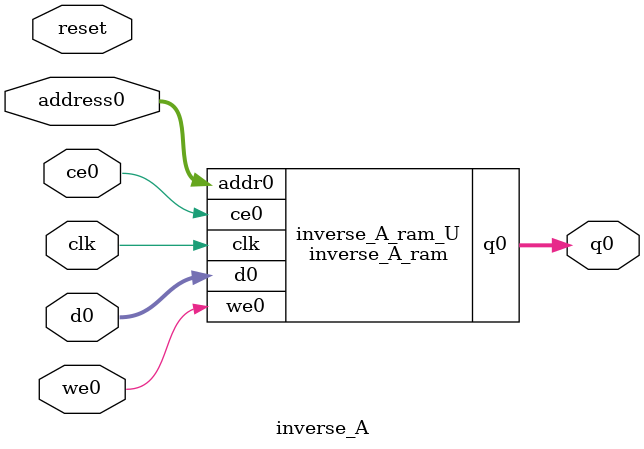
<source format=v>
`timescale 1 ns / 1 ps
module inverse_A_ram (addr0, ce0, d0, we0, q0,  clk);

parameter DWIDTH = 32;
parameter AWIDTH = 7;
parameter MEM_SIZE = 100;

input[AWIDTH-1:0] addr0;
input ce0;
input[DWIDTH-1:0] d0;
input we0;
output reg[DWIDTH-1:0] q0;
input clk;

(* ram_style = "block" *)reg [DWIDTH-1:0] ram[0:MEM_SIZE-1];




always @(posedge clk)  
begin 
    if (ce0) begin
        if (we0) 
            ram[addr0] <= d0; 
        q0 <= ram[addr0];
    end
end


endmodule

`timescale 1 ns / 1 ps
module inverse_A(
    reset,
    clk,
    address0,
    ce0,
    we0,
    d0,
    q0);

parameter DataWidth = 32'd32;
parameter AddressRange = 32'd100;
parameter AddressWidth = 32'd7;
input reset;
input clk;
input[AddressWidth - 1:0] address0;
input ce0;
input we0;
input[DataWidth - 1:0] d0;
output[DataWidth - 1:0] q0;



inverse_A_ram inverse_A_ram_U(
    .clk( clk ),
    .addr0( address0 ),
    .ce0( ce0 ),
    .we0( we0 ),
    .d0( d0 ),
    .q0( q0 ));

endmodule


</source>
